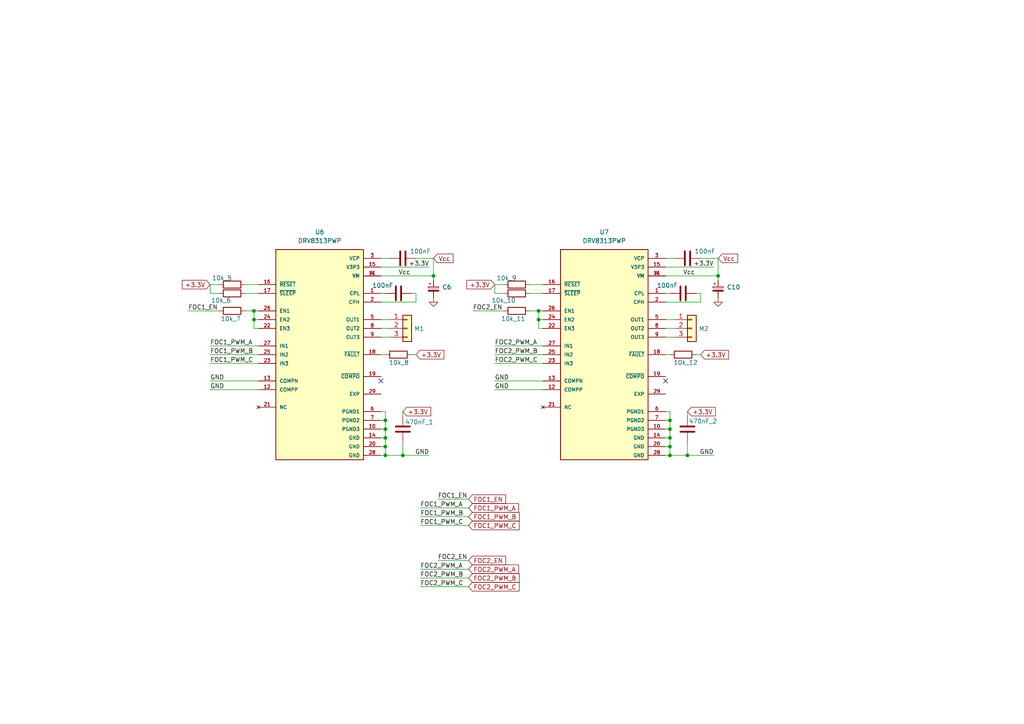
<source format=kicad_sch>
(kicad_sch (version 20231120) (generator "eeschema") (generator_version "8.0")
  (paper "A4")
  (lib_symbols
    (symbol "Connector_Generic:Conn_01x03" (pin_names (offset 1.016) hide)
      (property "Reference" "J" (at 0 5.08 0))
      (property "Value" "Conn_01x03" (at 0 -5.08 0))
      (symbol "Conn_01x03_1_1"
        (rectangle (start -1.27 -2.413) (end 0 -2.667) (stroke (width 0.1524)))
        (rectangle (start -1.27 0.127) (end 0 -0.127) (stroke (width 0.1524)))
        (rectangle (start -1.27 2.667) (end 0 2.413) (stroke (width 0.1524)))
        (rectangle (start -1.27 3.81) (end 1.27 -3.81) (stroke (width 0.254)) (fill (type background)))
        (pin passive line (at -5.08 2.54 0) (length 3.81) (name "Pin_1") (number "1"))
        (pin passive line (at -5.08 0 0) (length 3.81) (name "Pin_2") (number "2"))
        (pin passive line (at -5.08 -2.54 0) (length 3.81) (name "Pin_3") (number "3"))
      )
    )
    (symbol "DRV8313PWP:DRV8313PWP" (pin_names (offset 1.016))
      (property "Reference" "U" (at -12.7 31.48 0))
      (property "Value" "DRV8313PWP" (at -12.7 -33.02 0))
      (symbol "DRV8313PWP_0_0"
        (rectangle (start -12.7 -30.48) (end 12.7 30.48) (stroke (width 0.254)) (fill (type background)))
        (pin power_in line (at 17.78 17.78 180) (length 5.08) (name "CPL") (number "1"))
        (pin power_in line (at 17.78 -21.59 180) (length 5.08) (name "PGND3") (number "10"))
        (pin power_in line (at 17.78 22.86 180) (length 5.08) (name "VM") (number "11"))
        (pin input line (at -17.78 -10.16 0) (length 5.08) (name "COMPP") (number "12"))
        (pin input line (at -17.78 -7.62 0) (length 5.08) (name "COMPN") (number "13"))
        (pin power_in line (at 17.78 -24.13 180) (length 5.08) (name "GND") (number "14"))
        (pin power_in line (at 17.78 25.4 180) (length 5.08) (name "V3P3") (number "15"))
        (pin input line (at -17.78 20.32 0) (length 5.08) (name "~{RESET}") (number "16"))
        (pin input line (at -17.78 17.78 0) (length 5.08) (name "~{SLEEP}") (number "17"))
        (pin output line (at 17.78 0 180) (length 5.08) (name "~{FAULT}") (number "18"))
        (pin output line (at 17.78 -6.35 180) (length 5.08) (name "~{COMPO}") (number "19"))
        (pin power_in line (at 17.78 15.24 180) (length 5.08) (name "CPH") (number "2"))
        (pin power_in line (at 17.78 -26.67 180) (length 5.08) (name "GND") (number "20"))
        (pin no_connect line (at -17.78 -15.24 0) (length 5.08) (name "NC") (number "21"))
        (pin input line (at -17.78 7.62 0) (length 5.08) (name "EN3") (number "22"))
        (pin input line (at -17.78 -2.54 0) (length 5.08) (name "IN3") (number "23"))
        (pin input line (at -17.78 10.16 0) (length 5.08) (name "EN2") (number "24"))
        (pin input line (at -17.78 0 0) (length 5.08) (name "IN2") (number "25"))
        (pin input line (at -17.78 12.7 0) (length 5.08) (name "EN1") (number "26"))
        (pin input line (at -17.78 2.54 0) (length 5.08) (name "IN1") (number "27"))
        (pin power_in line (at 17.78 -29.21 180) (length 5.08) (name "GND") (number "28"))
        (pin power_in line (at 17.78 -11.43 180) (length 5.08) (name "EXP") (number "29"))
        (pin power_in line (at 17.78 27.94 180) (length 5.08) (name "VCP") (number "3"))
        (pin power_in line (at 17.78 22.86 180) (length 5.08) (name "VM") (number "4"))
        (pin output line (at 17.78 10.16 180) (length 5.08) (name "OUT1") (number "5"))
        (pin power_in line (at 17.78 -16.51 180) (length 5.08) (name "PGND1") (number "6"))
        (pin power_in line (at 17.78 -19.05 180) (length 5.08) (name "PGND2") (number "7"))
        (pin output line (at 17.78 7.62 180) (length 5.08) (name "OUT2") (number "8"))
        (pin output line (at 17.78 5.08 180) (length 5.08) (name "OUT3") (number "9"))
      )
    )
    (symbol "Device:C" (pin_numbers hide) (pin_names (offset 0.254))
      (property "Reference" "C" (at 0.635 2.54 0))
      (property "Value" "C" (at 0.635 -2.54 0))
      (symbol "C_0_1"
        (polyline (pts (xy -2.032 -0.762) (xy 2.032 -0.762)) (stroke (width 0.508)))
        (polyline (pts (xy -2.032 0.762) (xy 2.032 0.762)) (stroke (width 0.508)))
      )
      (symbol "C_1_1"
        (pin passive line (at 0 3.81 270) (length 2.794) (name "~") (number "1"))
        (pin passive line (at 0 -3.81 90) (length 2.794) (name "~") (number "2"))
      )
    )
    (symbol "Device:C_Polarized_Small" (pin_numbers hide) (pin_names (offset 0.254) hide)
      (property "Reference" "C" (at 0.254 1.778 0))
      (property "Value" "C_Polarized_Small" (at 0.254 -2.032 0))
      (symbol "C_Polarized_Small_0_1"
        (rectangle (start -1.524 -0.3048) (end 1.524 -0.6858) (fill (type outline)))
        (rectangle (start -1.524 0.6858) (end 1.524 0.3048))
        (polyline (pts (xy -1.27 1.524) (xy -0.762 1.524)))
        (polyline (pts (xy -1.016 1.27) (xy -1.016 1.778)))
      )
      (symbol "C_Polarized_Small_1_1"
        (pin passive line (at 0 2.54 270) (length 1.8542) (name "~") (number "1"))
        (pin passive line (at 0 -2.54 90) (length 1.8542) (name "~") (number "2"))
      )
    )
    (symbol "Device:R" (pin_numbers hide) (pin_names (offset 0))
      (property "Reference" "R" (at 2.032 0 90))
      (property "Value" "R" (at 0 0 90))
      (symbol "R_0_1"
        (rectangle (start -1.016 -2.54) (end 1.016 2.54) (stroke (width 0.254)))
      )
      (symbol "R_1_1"
        (pin passive line (at 0 3.81 270) (length 1.27) (name "~") (number "1"))
        (pin passive line (at 0 -3.81 90) (length 1.27) (name "~") (number "2"))
      )
    )
    (symbol "two_motor_driver-rescue:GND-power" (power) (pin_names (offset 0))
      (property "Value" "power_GND" (at 0 -3.81 0))
      (symbol "GND-power_0_1"
        (polyline (pts (xy 0 0) (xy 0 -1.27) (xy 1.27 -1.27) (xy 0 -2.54) (xy -1.27 -1.27) (xy 0 -1.27)))
      )
      (symbol "GND-power_1_1"
        (pin power_in line (at 0 0 270) (length 0) hide (name "GND") (number "1"))
      )
    )
  )
  (junction (at 111.76 124.46))
  (junction (at 194.31 124.46))
  (junction (at 199.39 132.08))
  (junction (at 111.76 127))
  (junction (at 116.84 132.08))
  (junction (at 111.76 132.08))
  (junction (at 73.66 92.71))
  (junction (at 156.21 90.17))
  (junction (at 208.28 80.01))
  (junction (at 111.76 121.92))
  (junction (at 125.73 80.01))
  (junction (at 194.31 132.08))
  (junction (at 111.76 129.54))
  (junction (at 194.31 129.54))
  (junction (at 194.31 127))
  (junction (at 194.31 121.92))
  (junction (at 156.21 92.71))
  (junction (at 73.66 90.17))
  (no_connect (at 193.04 110.49))
  (no_connect (at 110.49 110.49))
  (wire (pts (xy 203.2 74.93) (xy 208.28 74.93)))
  (wire (pts (xy 60.96 100.33) (xy 74.93 100.33)))
  (wire (pts (xy 54.61 90.17) (xy 63.5 90.17)))
  (wire (pts (xy 60.96 85.09) (xy 60.96 82.55)))
  (wire (pts (xy 121.92 149.86) (xy 135.89 149.86)))
  (wire (pts (xy 199.39 120.65) (xy 199.39 119.38)))
  (wire (pts (xy 127 162.56) (xy 135.89 162.56)))
  (wire (pts (xy 157.48 90.17) (xy 156.21 90.17)))
  (wire (pts (xy 156.21 92.71) (xy 157.48 92.71)))
  (wire (pts (xy 153.67 82.55) (xy 157.48 82.55)))
  (wire (pts (xy 110.49 121.92) (xy 111.76 121.92)))
  (wire (pts (xy 73.66 90.17) (xy 73.66 92.71)))
  (wire (pts (xy 193.04 121.92) (xy 194.31 121.92)))
  (wire (pts (xy 153.67 85.09) (xy 157.48 85.09)))
  (wire (pts (xy 143.51 100.33) (xy 157.48 100.33)))
  (wire (pts (xy 110.49 119.38) (xy 111.76 119.38)))
  (wire (pts (xy 111.76 129.54) (xy 111.76 132.08)))
  (wire (pts (xy 110.49 124.46) (xy 111.76 124.46)))
  (wire (pts (xy 120.65 87.63) (xy 110.49 87.63)))
  (wire (pts (xy 208.28 80.01) (xy 208.28 81.28)))
  (wire (pts (xy 143.51 113.03) (xy 157.48 113.03)))
  (wire (pts (xy 73.66 92.71) (xy 74.93 92.71)))
  (wire (pts (xy 111.76 132.08) (xy 110.49 132.08)))
  (wire (pts (xy 124.46 132.08) (xy 116.84 132.08)))
  (wire (pts (xy 201.93 102.87) (xy 203.2 102.87)))
  (wire (pts (xy 193.04 74.93) (xy 195.58 74.93)))
  (wire (pts (xy 156.21 95.25) (xy 156.21 92.71)))
  (wire (pts (xy 119.38 85.09) (xy 120.65 85.09)))
  (wire (pts (xy 111.76 129.54) (xy 111.76 127)))
  (wire (pts (xy 111.76 119.38) (xy 111.76 121.92)))
  (wire (pts (xy 207.01 132.08) (xy 199.39 132.08)))
  (wire (pts (xy 110.49 92.71) (xy 113.03 92.71)))
  (wire (pts (xy 111.76 124.46) (xy 111.76 127)))
  (wire (pts (xy 116.84 120.65) (xy 116.84 119.38)))
  (wire (pts (xy 110.49 85.09) (xy 111.76 85.09)))
  (wire (pts (xy 71.12 90.17) (xy 73.66 90.17)))
  (wire (pts (xy 193.04 80.01) (xy 208.28 80.01)))
  (wire (pts (xy 60.96 110.49) (xy 74.93 110.49)))
  (wire (pts (xy 199.39 132.08) (xy 194.31 132.08)))
  (wire (pts (xy 193.04 119.38) (xy 194.31 119.38)))
  (wire (pts (xy 143.51 110.49) (xy 157.48 110.49)))
  (wire (pts (xy 193.04 85.09) (xy 194.31 85.09)))
  (wire (pts (xy 63.5 85.09) (xy 60.96 85.09)))
  (wire (pts (xy 110.49 80.01) (xy 125.73 80.01)))
  (wire (pts (xy 125.73 74.93) (xy 125.73 80.01)))
  (wire (pts (xy 60.96 82.55) (xy 63.5 82.55)))
  (wire (pts (xy 143.51 85.09) (xy 143.51 82.55)))
  (wire (pts (xy 193.04 102.87) (xy 194.31 102.87)))
  (wire (pts (xy 194.31 124.46) (xy 194.31 127)))
  (wire (pts (xy 199.39 128.27) (xy 199.39 132.08)))
  (wire (pts (xy 110.49 97.79) (xy 113.03 97.79)))
  (wire (pts (xy 121.92 147.32) (xy 135.89 147.32)))
  (wire (pts (xy 124.46 77.47) (xy 110.49 77.47)))
  (wire (pts (xy 111.76 121.92) (xy 111.76 124.46)))
  (wire (pts (xy 137.16 90.17) (xy 146.05 90.17)))
  (wire (pts (xy 194.31 129.54) (xy 194.31 127)))
  (wire (pts (xy 207.01 77.47) (xy 193.04 77.47)))
  (wire (pts (xy 120.65 85.09) (xy 120.65 87.63)))
  (wire (pts (xy 157.48 95.25) (xy 156.21 95.25)))
  (wire (pts (xy 121.92 165.1) (xy 135.89 165.1)))
  (wire (pts (xy 208.28 74.93) (xy 208.28 80.01)))
  (wire (pts (xy 71.12 82.55) (xy 74.93 82.55)))
  (wire (pts (xy 110.49 102.87) (xy 111.76 102.87)))
  (wire (pts (xy 110.49 74.93) (xy 113.03 74.93)))
  (wire (pts (xy 203.2 85.09) (xy 203.2 87.63)))
  (wire (pts (xy 110.49 95.25) (xy 113.03 95.25)))
  (wire (pts (xy 111.76 127) (xy 110.49 127)))
  (wire (pts (xy 120.65 74.93) (xy 125.73 74.93)))
  (wire (pts (xy 143.51 105.41) (xy 157.48 105.41)))
  (wire (pts (xy 60.96 105.41) (xy 74.93 105.41)))
  (wire (pts (xy 119.38 102.87) (xy 120.65 102.87)))
  (wire (pts (xy 71.12 85.09) (xy 74.93 85.09)))
  (wire (pts (xy 60.96 102.87) (xy 74.93 102.87)))
  (wire (pts (xy 74.93 95.25) (xy 73.66 95.25)))
  (wire (pts (xy 194.31 132.08) (xy 193.04 132.08)))
  (wire (pts (xy 121.92 152.4) (xy 135.89 152.4)))
  (wire (pts (xy 73.66 95.25) (xy 73.66 92.71)))
  (wire (pts (xy 194.31 121.92) (xy 194.31 124.46)))
  (wire (pts (xy 125.73 80.01) (xy 125.73 81.28)))
  (wire (pts (xy 193.04 129.54) (xy 194.31 129.54)))
  (wire (pts (xy 143.51 82.55) (xy 146.05 82.55)))
  (wire (pts (xy 127 144.78) (xy 135.89 144.78)))
  (wire (pts (xy 193.04 95.25) (xy 195.58 95.25)))
  (wire (pts (xy 143.51 102.87) (xy 157.48 102.87)))
  (wire (pts (xy 121.92 170.18) (xy 135.89 170.18)))
  (wire (pts (xy 110.49 129.54) (xy 111.76 129.54)))
  (wire (pts (xy 194.31 127) (xy 193.04 127)))
  (wire (pts (xy 60.96 113.03) (xy 74.93 113.03)))
  (wire (pts (xy 116.84 128.27) (xy 116.84 132.08)))
  (wire (pts (xy 146.05 85.09) (xy 143.51 85.09)))
  (wire (pts (xy 203.2 87.63) (xy 193.04 87.63)))
  (wire (pts (xy 193.04 92.71) (xy 195.58 92.71)))
  (wire (pts (xy 156.21 90.17) (xy 156.21 92.71)))
  (wire (pts (xy 153.67 90.17) (xy 156.21 90.17)))
  (wire (pts (xy 201.93 85.09) (xy 203.2 85.09)))
  (wire (pts (xy 116.84 132.08) (xy 111.76 132.08)))
  (wire (pts (xy 193.04 97.79) (xy 195.58 97.79)))
  (wire (pts (xy 194.31 129.54) (xy 194.31 132.08)))
  (wire (pts (xy 74.93 90.17) (xy 73.66 90.17)))
  (wire (pts (xy 121.92 167.64) (xy 135.89 167.64)))
  (wire (pts (xy 193.04 124.46) (xy 194.31 124.46)))
  (wire (pts (xy 194.31 119.38) (xy 194.31 121.92)))
  (label "+3.3V" (at 124.46 77.47 180))
  (label "GND" (at 143.51 113.03 0))
  (label "+3.3V" (at 207.01 77.47 180))
  (label "GND" (at 124.46 132.08 180))
  (label "FOC1_EN" (at 54.61 90.17 0))
  (label "FOC1_PWM_B" (at 121.92 149.86 0))
  (label "FOC2_EN" (at 127 162.56 0))
  (label "FOC2_PWM_C" (at 143.51 105.41 0))
  (label "FOC1_PWM_A" (at 60.96 100.33 0))
  (label "FOC2_PWM_C" (at 121.92 170.18 0))
  (label "FOC1_PWM_B" (at 60.96 102.87 0))
  (label "FOC2_PWM_A" (at 121.92 165.1 0))
  (label "Vcc" (at 115.57 80.01 0))
  (label "FOC2_EN" (at 137.16 90.17 0))
  (label "GND" (at 143.51 110.49 0))
  (label "FOC2_PWM_B" (at 143.51 102.87 0))
  (label "FOC1_PWM_C" (at 60.96 105.41 0))
  (label "FOC1_PWM_C" (at 121.92 152.4 0))
  (label "GND" (at 60.96 113.03 0))
  (label "FOC2_PWM_B" (at 121.92 167.64 0))
  (label "GND" (at 207.01 132.08 180))
  (label "FOC2_PWM_A" (at 143.51 100.33 0))
  (label "Vcc" (at 198.12 80.01 0))
  (label "GND" (at 60.96 110.49 0))
  (label "FOC1_PWM_A" (at 121.92 147.32 0))
  (label "FOC1_EN" (at 127 144.78 0))
  (global_label "+3.3V" (shape input) (at 60.96 82.55 180) (property "Intersheetrefs" "${INTERSHEET_REFS}" (effects (hide yes))))
  (global_label "Vcc" (shape input) (at 208.28 74.93 0) (property "Intersheetrefs" "${INTERSHEET_REFS}" (effects (hide yes))))
  (global_label "+3.3V" (shape input) (at 120.65 102.87 0) (property "Intersheetrefs" "${INTERSHEET_REFS}" (effects (hide yes))))
  (global_label "+3.3V" (shape input) (at 203.2 102.87 0) (property "Intersheetrefs" "${INTERSHEET_REFS}" (effects (hide yes))))
  (global_label "FOC1_PWM_A" (shape input) (at 135.89 147.32 0) (property "Intersheetrefs" "${INTERSHEET_REFS}" (effects (hide yes))))
  (global_label "Vcc" (shape input) (at 125.73 74.93 0) (property "Intersheetrefs" "${INTERSHEET_REFS}" (effects (hide yes))))
  (global_label "FOC1_PWM_B" (shape input) (at 135.89 149.86 0) (property "Intersheetrefs" "${INTERSHEET_REFS}" (effects (hide yes))))
  (global_label "+3.3V" (shape input) (at 116.84 119.38 0) (property "Intersheetrefs" "${INTERSHEET_REFS}" (effects (hide yes))))
  (global_label "+3.3V" (shape input) (at 143.51 82.55 180) (property "Intersheetrefs" "${INTERSHEET_REFS}" (effects (hide yes))))
  (global_label "+3.3V" (shape input) (at 199.39 119.38 0) (property "Intersheetrefs" "${INTERSHEET_REFS}" (effects (hide yes))))
  (global_label "FOC2_PWM_A" (shape input) (at 135.89 165.1 0) (property "Intersheetrefs" "${INTERSHEET_REFS}" (effects (hide yes))))
  (global_label "FOC1_EN" (shape input) (at 135.89 144.78 0) (property "Intersheetrefs" "${INTERSHEET_REFS}" (effects (hide yes))))
  (global_label "FOC2_EN" (shape input) (at 135.89 162.56 0) (property "Intersheetrefs" "${INTERSHEET_REFS}" (effects (hide yes))))
  (global_label "FOC2_PWM_B" (shape input) (at 135.89 167.64 0) (property "Intersheetrefs" "${INTERSHEET_REFS}" (effects (hide yes))))
  (global_label "FOC1_PWM_C" (shape input) (at 135.89 152.4 0) (property "Intersheetrefs" "${INTERSHEET_REFS}" (effects (hide yes))))
  (global_label "FOC2_PWM_C" (shape input) (at 135.89 170.18 0) (property "Intersheetrefs" "${INTERSHEET_REFS}" (effects (hide yes))))
  (symbol (lib_id "Device:C") (at 199.39 74.93 90) (unit 1)
    (property "Reference" "C8" (effects (hide yes)))
    (property "Value" "100nF" (at 207.518 72.898 90) (effects (justify left)))
    (property "Footprint" "Capacitor_SMD:C_0805_2012Metric" (effects (hide yes)))
    (property "Datasheet" "https://www.mouser.com/ProductDetail/TDK/C2012X7R2A104K125AA?qs=NRhsANhppD9J0ZsT2%2Fo%2F7Q%3D%3D" (effects (hide yes)))
    (property "P/N" "810-C2012X7R2A104K" (effects (hide yes)))
    (property "Group#" "5" (effects (hide yes)))
  )
  (symbol (lib_id "Device:C") (at 116.84 124.46 180) (unit 1)
    (property "Reference" "470nF_1" (at 125.73 122.428 0) (effects (justify left)))
    (property "Value" "470nF" (effects (hide yes)))
    (property "Footprint" "Capacitor_SMD:C_0805_2012Metric" (effects (hide yes)))
    (property "Datasheet" "https://www.mouser.com/ProductDetail/TDK/C2012X7R2A104K125AA?qs=NRhsANhppD9J0ZsT2%2Fo%2F7Q%3D%3D" (effects (hide yes)))
    (property "P/N" "810-C2012X7R2A104K" (effects (hide yes)))
    (property "Group#" "5" (effects (hide yes)))
  )
  (symbol (lib_id "Connector_Generic:Conn_01x03") (at 200.66 95.25 0) (unit 1)
    (property "Reference" "M2" (at 202.692 95.3516 0) (effects (justify left)))
    (property "Value" "Conn_01x03" (effects (hide yes)))
    (property "Footprint" "Connector_PinHeader_2.54mm:PinHeader_1x03_P2.54mm_Vertical" (effects (hide yes)))
  )
  (symbol (lib_id "Device:R") (at 198.12 102.87 270) (unit 1)
    (property "Reference" "10k_12" (at 195.326 105.156 90) (effects (justify left)))
    (property "Value" "10k" (effects (hide yes)))
    (property "Footprint" "Resistor_SMD:R_0805_2012Metric" (effects (hide yes)))
    (property "Datasheet" "https://www.mouser.com/ProductDetail/ROHM-Semiconductor/ESR10EZPF1002?qs=DyUWGjl%252BcVujU2u8up15oQ%3D%3D" (effects (hide yes)))
    (property "P/N" "755-ESR10EZPF5102" (effects (hide yes)))
    (property "Group#" "11" (effects (hide yes)))
  )
  (symbol (lib_id "Device:C") (at 198.12 85.09 90) (unit 1)
    (property "Reference" "C7" (effects (hide yes)))
    (property "Value" "100nF" (at 196.596 82.804 90) (effects (justify left)))
    (property "Footprint" "Capacitor_SMD:C_0805_2012Metric" (effects (hide yes)))
    (property "Datasheet" "https://www.mouser.com/ProductDetail/TDK/C2012X7R2A104K125AA?qs=NRhsANhppD9J0ZsT2%2Fo%2F7Q%3D%3D" (effects (hide yes)))
    (property "P/N" "810-C2012X7R2A104K" (effects (hide yes)))
    (property "Group#" "5" (effects (hide yes)))
  )
  (symbol (lib_id "two_motor_driver-rescue:GND-power") (at 208.28 86.36 0) (mirror y) (unit 1)
    (property "Reference" "#PWR010" (effects (hide yes)))
    (property "Value" "GND" (effects (hide yes)))
  )
  (symbol (lib_id "Device:C") (at 116.84 74.93 90) (unit 1)
    (property "Reference" "C4" (effects (hide yes)))
    (property "Value" "100nF" (at 124.968 72.898 90) (effects (justify left)))
    (property "Footprint" "Capacitor_SMD:C_0805_2012Metric" (effects (hide yes)))
    (property "Datasheet" "https://www.mouser.com/ProductDetail/TDK/C2012X7R2A104K125AA?qs=NRhsANhppD9J0ZsT2%2Fo%2F7Q%3D%3D" (effects (hide yes)))
    (property "P/N" "810-C2012X7R2A104K" (effects (hide yes)))
    (property "Group#" "5" (effects (hide yes)))
  )
  (symbol (lib_id "Device:R") (at 149.86 90.17 90) (unit 1)
    (property "Reference" "10k_11" (at 152.4 92.456 90) (effects (justify left)))
    (property "Value" "10k" (effects (hide yes)))
    (property "Footprint" "Resistor_SMD:R_0805_2012Metric" (effects (hide yes)))
    (property "Datasheet" "https://www.mouser.com/ProductDetail/ROHM-Semiconductor/ESR10EZPF1002?qs=DyUWGjl%252BcVujU2u8up15oQ%3D%3D" (effects (hide yes)))
    (property "P/N" "755-ESR10EZPF5102" (effects (hide yes)))
    (property "Group#" "11" (effects (hide yes)))
  )
  (symbol (lib_id "two_motor_driver-rescue:GND-power") (at 125.73 86.36 0) (mirror y) (unit 1)
    (property "Reference" "#PWR09" (effects (hide yes)))
    (property "Value" "GND" (effects (hide yes)))
  )
  (symbol (lib_id "Device:C") (at 115.57 85.09 90) (unit 1)
    (property "Reference" "C3" (effects (hide yes)))
    (property "Value" "100nF" (at 114.046 82.804 90) (effects (justify left)))
    (property "Footprint" "Capacitor_SMD:C_0805_2012Metric" (effects (hide yes)))
    (property "Datasheet" "https://www.mouser.com/ProductDetail/TDK/C2012X7R2A104K125AA?qs=NRhsANhppD9J0ZsT2%2Fo%2F7Q%3D%3D" (effects (hide yes)))
    (property "P/N" "810-C2012X7R2A104K" (effects (hide yes)))
    (property "Group#" "5" (effects (hide yes)))
  )
  (symbol (lib_id "Device:R") (at 67.31 90.17 90) (unit 1)
    (property "Reference" "10k_7" (at 69.85 92.456 90) (effects (justify left)))
    (property "Value" "10k" (effects (hide yes)))
    (property "Footprint" "Resistor_SMD:R_0603_1608Metric" (effects (hide yes)))
    (property "Datasheet" "https://www.mouser.com/ProductDetail/ROHM-Semiconductor/ESR10EZPF1002?qs=DyUWGjl%252BcVujU2u8up15oQ%3D%3D" (effects (hide yes)))
    (property "P/N" "755-ESR10EZPF5102" (effects (hide yes)))
    (property "Group#" "11" (effects (hide yes)))
  )
  (symbol (lib_id "Device:R") (at 67.31 85.09 90) (unit 1)
    (property "Reference" "10k_6" (at 67.056 87.122 90) (effects (justify left)))
    (property "Value" "10k" (effects (hide yes)))
    (property "Footprint" "Resistor_SMD:R_0805_2012Metric" (effects (hide yes)))
    (property "Datasheet" "https://www.mouser.com/ProductDetail/ROHM-Semiconductor/ESR10EZPF1002?qs=DyUWGjl%252BcVujU2u8up15oQ%3D%3D" (effects (hide yes)))
    (property "P/N" "755-ESR10EZPF5102" (effects (hide yes)))
    (property "Group#" "11" (effects (hide yes)))
  )
  (symbol (lib_id "Connector_Generic:Conn_01x03") (at 118.11 95.25 0) (unit 1)
    (property "Reference" "M1" (at 120.142 95.3516 0) (effects (justify left)))
    (property "Value" "Conn_01x03" (effects (hide yes)))
    (property "Footprint" "Connector_PinHeader_2.54mm:PinHeader_1x03_P2.54mm_Vertical" (effects (hide yes)))
  )
  (symbol (lib_id "Device:R") (at 115.57 102.87 270) (unit 1)
    (property "Reference" "10k_8" (at 112.776 105.156 90) (effects (justify left)))
    (property "Value" "10k" (effects (hide yes)))
    (property "Footprint" "Resistor_SMD:R_0805_2012Metric" (effects (hide yes)))
    (property "Datasheet" "https://www.mouser.com/ProductDetail/ROHM-Semiconductor/ESR10EZPF1002?qs=DyUWGjl%252BcVujU2u8up15oQ%3D%3D" (effects (hide yes)))
    (property "P/N" "755-ESR10EZPF5102" (effects (hide yes)))
    (property "Group#" "11" (effects (hide yes)))
  )
  (symbol (lib_id "Device:C_Polarized_Small") (at 208.28 83.82 0) (unit 1)
    (property "Reference" "C10" (at 210.82 83.2738 0) (effects (justify left)))
    (property "Value" "C_Polarized_Small" (effects (hide yes)))
    (property "Footprint" "Capacitor_SMD:CAP-SMD_BD6.3-L6.6-W6.6-FD" (effects (hide yes)))
    (property "Description" "Polarized capacitor, small symbol" (effects (hide yes)))
  )
  (symbol (lib_id "Device:R") (at 67.31 82.55 90) (unit 1)
    (property "Reference" "10k_5" (at 67.31 80.645 90) (effects (justify left)))
    (property "Value" "10k" (effects (hide yes)))
    (property "Footprint" "Resistor_SMD:R_0805_2012Metric" (effects (hide yes)))
    (property "Datasheet" "https://www.mouser.com/ProductDetail/ROHM-Semiconductor/ESR10EZPF1002?qs=DyUWGjl%252BcVujU2u8up15oQ%3D%3D" (effects (hide yes)))
    (property "P/N" "755-ESR10EZPF5102" (effects (hide yes)))
    (property "Group#" "11" (effects (hide yes)))
  )
  (symbol (lib_id "DRV8313PWP:DRV8313PWP") (at 175.26 102.87 0) (unit 1)
    (property "Reference" "U7" (at 175.26 67.31 0))
    (property "Value" "DRV8313PWP" (at 175.26 69.85 0))
    (property "Footprint" "DRV8313PWP:SOP65P640X120-29N" (effects (hide yes)))
    (property "MF" "Texas Instruments" (effects (hide yes)))
    (property "SNAPEDA_PACKAGE_ID" "102627" (effects (hide yes)))
    (property "Package" "HTSSOP-28 Texas Instruments" (effects (hide yes)))
    (property "Price" "None" (effects (hide yes)))
    (property "Check_prices" "https://www.snapeda.com/parts/DRV8313PWP/Texas+Instruments/view-part/?ref=eda" (effects (hide yes)))
    (property "STANDARD" "Manufacturer Recommendations" (effects (hide yes)))
    (property "PARTREV" "D" (effects (hide yes)))
    (property "SnapEDA_Link" "https://www.snapeda.com/parts/DRV8313PWP/Texas+Instruments/view-part/?ref=snap" (effects (hide yes)))
    (property "MP" "DRV8313PWP" (effects (hide yes)))
    (property "Description_1" "\n                        \n                            65-V max 3-A peak 3-phase motor driver with integrated FETs\n                        \n" (effects (hide yes)))
    (property "MANUFACTURER" "Texas Instruments" (effects (hide yes)))
    (property "Availability" "In Stock" (effects (hide yes)))
    (property "MAXIMUM_PACKAGE_HEIGHT" "1.2 mm" (effects (hide yes)))
  )
  (symbol (lib_id "Device:R") (at 149.86 82.55 90) (unit 1)
    (property "Reference" "10k_9" (at 149.86 80.645 90) (effects (justify left)))
    (property "Value" "10k" (effects (hide yes)))
    (property "Footprint" "Resistor_SMD:R_0805_2012Metric" (effects (hide yes)))
    (property "Datasheet" "https://www.mouser.com/ProductDetail/ROHM-Semiconductor/ESR10EZPF1002?qs=DyUWGjl%252BcVujU2u8up15oQ%3D%3D" (effects (hide yes)))
    (property "P/N" "755-ESR10EZPF5102" (effects (hide yes)))
    (property "Group#" "11" (effects (hide yes)))
  )
  (symbol (lib_id "Device:R") (at 149.86 85.09 90) (unit 1)
    (property "Reference" "10k_10" (at 149.606 87.122 90) (effects (justify left)))
    (property "Value" "10k" (effects (hide yes)))
    (property "Footprint" "Resistor_SMD:R_0805_2012Metric" (effects (hide yes)))
    (property "Datasheet" "https://www.mouser.com/ProductDetail/ROHM-Semiconductor/ESR10EZPF1002?qs=DyUWGjl%252BcVujU2u8up15oQ%3D%3D" (effects (hide yes)))
    (property "P/N" "755-ESR10EZPF5102" (effects (hide yes)))
    (property "Group#" "11" (effects (hide yes)))
  )
  (symbol (lib_id "Device:C") (at 199.39 124.46 180) (unit 1)
    (property "Reference" "470nF_2" (at 208.026 122.174 0) (effects (justify left)))
    (property "Value" "470nF" (effects (hide yes)))
    (property "Footprint" "Capacitor_SMD:C_0805_2012Metric" (effects (hide yes)))
    (property "Datasheet" "https://www.mouser.com/ProductDetail/TDK/C2012X7R2A104K125AA?qs=NRhsANhppD9J0ZsT2%2Fo%2F7Q%3D%3D" (effects (hide yes)))
    (property "P/N" "810-C2012X7R2A104K" (effects (hide yes)))
    (property "Group#" "5" (effects (hide yes)))
  )
  (symbol (lib_id "Device:C_Polarized_Small") (at 125.73 83.82 0) (unit 1)
    (property "Reference" "C6" (at 128.27 83.2738 0) (effects (justify left)))
    (property "Value" "C_Polarized_Small" (effects (hide yes)))
    (property "Footprint" "Capacitor_SMD:CAP-SMD_BD6.3-L6.6-W6.6-FD" (effects (hide yes)))
    (property "Description" "Polarized capacitor, small symbol" (effects (hide yes)))
  )
  (symbol (lib_id "DRV8313PWP:DRV8313PWP") (at 92.71 102.87 0) (unit 1)
    (property "Reference" "U6" (at 92.71 67.31 0))
    (property "Value" "DRV8313PWP" (at 92.71 69.85 0))
    (property "Footprint" "DRV8313PWP:SOP65P640X120-29N" (effects (hide yes)))
    (property "MF" "Texas Instruments" (effects (hide yes)))
    (property "SNAPEDA_PACKAGE_ID" "102627" (effects (hide yes)))
    (property "Package" "HTSSOP-28 Texas Instruments" (effects (hide yes)))
    (property "Price" "None" (effects (hide yes)))
    (property "Check_prices" "https://www.snapeda.com/parts/DRV8313PWP/Texas+Instruments/view-part/?ref=eda" (effects (hide yes)))
    (property "STANDARD" "Manufacturer Recommendations" (effects (hide yes)))
    (property "PARTREV" "D" (effects (hide yes)))
    (property "SnapEDA_Link" "https://www.snapeda.com/parts/DRV8313PWP/Texas+Instruments/view-part/?ref=snap" (effects (hide yes)))
    (property "MP" "DRV8313PWP" (effects (hide yes)))
    (property "Description_1" "\n                        \n                            65-V max 3-A peak 3-phase motor driver with integrated FETs\n                        \n" (effects (hide yes)))
    (property "MANUFACTURER" "Texas Instruments" (effects (hide yes)))
    (property "Availability" "In Stock" (effects (hide yes)))
    (property "MAXIMUM_PACKAGE_HEIGHT" "1.2 mm" (effects (hide yes)))
  )
)
</source>
